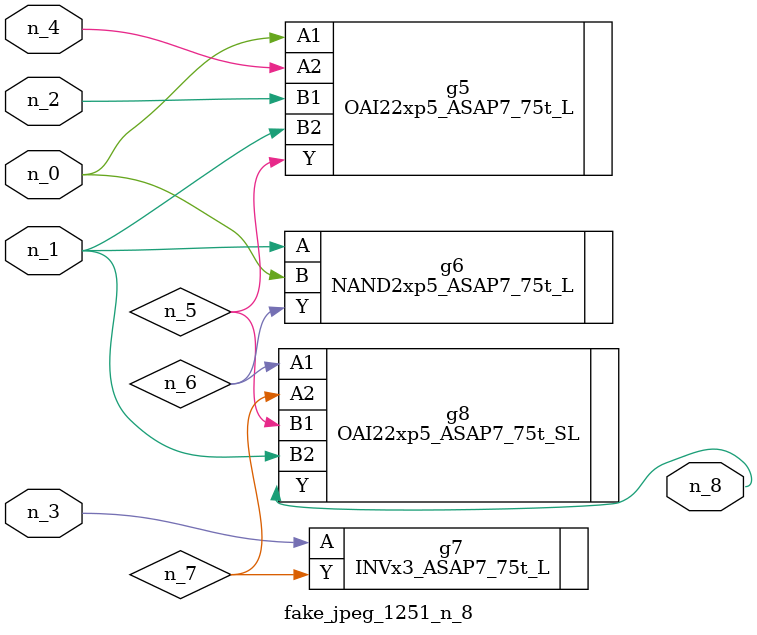
<source format=v>
module fake_jpeg_1251_n_8 (n_3, n_2, n_1, n_0, n_4, n_8);

input n_3;
input n_2;
input n_1;
input n_0;
input n_4;

output n_8;

wire n_6;
wire n_5;
wire n_7;

OAI22xp5_ASAP7_75t_L g5 ( 
.A1(n_0),
.A2(n_4),
.B1(n_2),
.B2(n_1),
.Y(n_5)
);

NAND2xp5_ASAP7_75t_L g6 ( 
.A(n_1),
.B(n_0),
.Y(n_6)
);

INVx3_ASAP7_75t_L g7 ( 
.A(n_3),
.Y(n_7)
);

OAI22xp5_ASAP7_75t_SL g8 ( 
.A1(n_6),
.A2(n_7),
.B1(n_5),
.B2(n_1),
.Y(n_8)
);


endmodule
</source>
